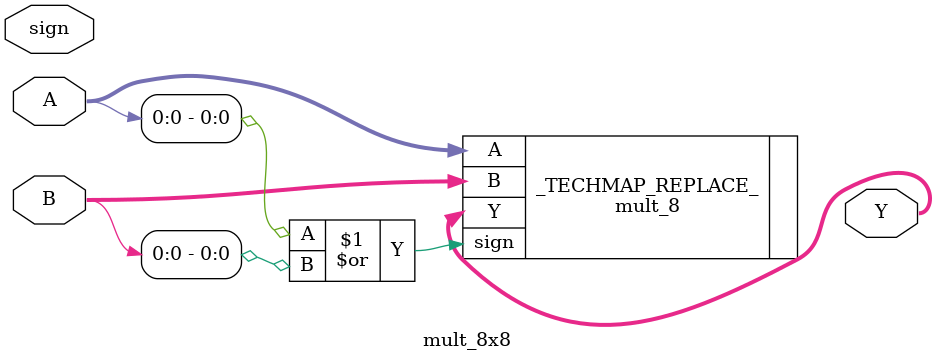
<source format=v>
module mult_8x8 (
  input [0:0] sign,
  input [0:7] A,
  input [0:7] B,
  output [0:15] Y
);
  parameter A_SIGNED = 0;
  parameter B_SIGNED = 0;
  parameter A_WIDTH = 8;
  parameter B_WIDTH = 8;
  parameter Y_WIDTH = 16;

  mult_8 #() _TECHMAP_REPLACE_ (
    .sign (A[0] | B[0]),
    .A    (A),
    .B    (B),
    .Y    (Y)
  );

endmodule


</source>
